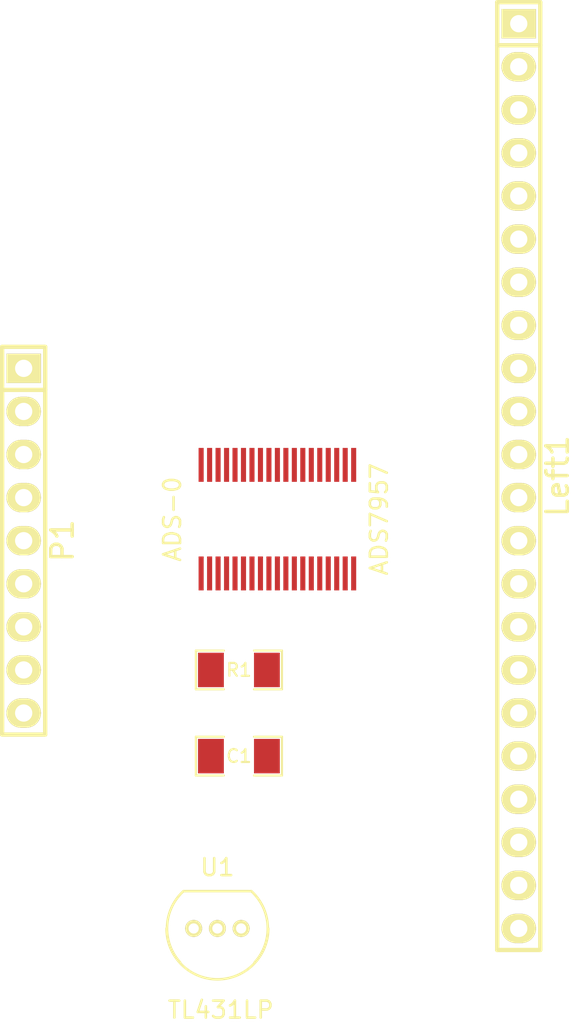
<source format=kicad_pcb>
(kicad_pcb (version 3) (host pcbnew "(2014-jan-25)-product")

  (general
    (links 45)
    (no_connects 45)
    (area 0 0 0 0)
    (thickness 1.6)
    (drawings 0)
    (tracks 0)
    (zones 0)
    (modules 6)
    (nets 31)
  )

  (page A4)
  (layers
    (15 F.Cu signal)
    (0 B.Cu signal)
    (16 B.Adhes user)
    (17 F.Adhes user)
    (18 B.Paste user)
    (19 F.Paste user)
    (20 B.SilkS user)
    (21 F.SilkS user)
    (22 B.Mask user)
    (23 F.Mask user)
    (24 Dwgs.User user)
    (25 Cmts.User user)
    (26 Eco1.User user)
    (27 Eco2.User user)
    (28 Edge.Cuts user)
  )

  (setup
    (last_trace_width 0.254)
    (trace_clearance 0.254)
    (zone_clearance 0.508)
    (zone_45_only no)
    (trace_min 0.254)
    (segment_width 0.2)
    (edge_width 0.1)
    (via_size 0.889)
    (via_drill 0.635)
    (via_min_size 0.889)
    (via_min_drill 0.508)
    (uvia_size 0.508)
    (uvia_drill 0.127)
    (uvias_allowed no)
    (uvia_min_size 0.508)
    (uvia_min_drill 0.127)
    (pcb_text_width 0.3)
    (pcb_text_size 1.5 1.5)
    (mod_edge_width 0.15)
    (mod_text_size 1 1)
    (mod_text_width 0.15)
    (pad_size 2 0.3)
    (pad_drill 0)
    (pad_to_mask_clearance 0)
    (aux_axis_origin 0 0)
    (visible_elements FFFFFF7F)
    (pcbplotparams
      (layerselection 3178497)
      (usegerberextensions true)
      (excludeedgelayer true)
      (linewidth 0.100000)
      (plotframeref false)
      (viasonmask false)
      (mode 1)
      (useauxorigin false)
      (hpglpennumber 1)
      (hpglpenspeed 20)
      (hpglpendiameter 15)
      (hpglpenoverlay 2)
      (psnegative false)
      (psa4output false)
      (plotreference true)
      (plotvalue true)
      (plotothertext true)
      (plotinvisibletext false)
      (padsonsilk false)
      (subtractmaskfromsilk false)
      (outputformat 1)
      (mirror false)
      (drillshape 1)
      (scaleselection 1)
      (outputdirectory ""))
  )

  (net 0 "")
  (net 1 CH2)
  (net 2 CH3)
  (net 3 CH4)
  (net 4 CH1)
  (net 5 +AREF)
  (net 6 GND)
  (net 7 SCLK)
  (net 8 SDI)
  (net 9 3.3V)
  (net 10 DIO3)
  (net 11 REFP)
  (net 12 "Net-(ADS-0-Pad7)")
  (net 13 CH15)
  (net 14 CH14)
  (net 15 CH13)
  (net 16 CH12)
  (net 17 CH11)
  (net 18 CH10)
  (net 19 CH9)
  (net 20 CH8)
  (net 21 CH6)
  (net 22 CH5)
  (net 23 DIO0)
  (net 24 DIO2)
  (net 25 CH0)
  (net 26 DIO1)
  (net 27 CH7)
  (net 28 5V)
  (net 29 SDO)
  (net 30 CE0)

  (net_class Default "This is the default net class."
    (clearance 0.254)
    (trace_width 0.254)
    (via_dia 0.889)
    (via_drill 0.635)
    (uvia_dia 0.508)
    (uvia_drill 0.127)
    (add_net +AREF)
    (add_net 3.3V)
    (add_net 5V)
    (add_net CE0)
    (add_net CH0)
    (add_net CH1)
    (add_net CH10)
    (add_net CH11)
    (add_net CH12)
    (add_net CH13)
    (add_net CH14)
    (add_net CH15)
    (add_net CH2)
    (add_net CH3)
    (add_net CH4)
    (add_net CH5)
    (add_net CH6)
    (add_net CH7)
    (add_net CH8)
    (add_net CH9)
    (add_net DIO0)
    (add_net DIO1)
    (add_net DIO2)
    (add_net DIO3)
    (add_net GND)
    (add_net "Net-(ADS-0-Pad7)")
    (add_net REFP)
    (add_net SCLK)
    (add_net SDI)
    (add_net SDO)
  )

  (module SMD_Packages:SM1206 (layer F.Cu) (tedit 535DD6B1) (tstamp 535DD6F5)
    (at 151.13 104.14 180)
    (path /53449C6F)
    (attr smd)
    (fp_text reference C1 (at 0 0 180) (layer F.SilkS)
      (effects (font (size 0.762 0.762) (thickness 0.127)))
    )
    (fp_text value C (at 0 0 180) (layer F.SilkS) hide
      (effects (font (size 0.762 0.762) (thickness 0.127)))
    )
    (fp_line (start -2.54 -1.143) (end -2.54 1.143) (layer F.SilkS) (width 0.127))
    (fp_line (start -2.54 1.143) (end -0.889 1.143) (layer F.SilkS) (width 0.127))
    (fp_line (start 0.889 -1.143) (end 2.54 -1.143) (layer F.SilkS) (width 0.127))
    (fp_line (start 2.54 -1.143) (end 2.54 1.143) (layer F.SilkS) (width 0.127))
    (fp_line (start 2.54 1.143) (end 0.889 1.143) (layer F.SilkS) (width 0.127))
    (fp_line (start -0.889 -1.143) (end -2.54 -1.143) (layer F.SilkS) (width 0.127))
    (pad 1 smd rect (at -1.651 0 180) (size 1.524 2.032) (layers F.Cu F.Paste F.Mask)
      (net 11 REFP))
    (pad 2 smd rect (at 1.651 0 180) (size 1.524 2.032) (layers F.Cu F.Paste F.Mask)
      (net 6 GND))
    (model smd/chip_cms.wrl
      (at (xyz 0 0 0))
      (scale (xyz 0.17 0.16 0.16))
      (rotate (xyz 0 0 0))
    )
  )

  (module Pin_Headers:Pin_Header_Straight_1x22 (layer F.Cu) (tedit 535DD6B2) (tstamp 535DD716)
    (at 167.64 87.63 270)
    (descr "1 pin")
    (tags "CONN DEV")
    (path /53274A2C)
    (fp_text reference Left1 (at 0 -2.286 270) (layer F.SilkS)
      (effects (font (size 1.27 1.27) (thickness 0.2032)))
    )
    (fp_text value ADCPINS (at 0 0 270) (layer F.SilkS) hide
      (effects (font (size 1.27 1.27) (thickness 0.2032)))
    )
    (fp_line (start -25.4 1.27) (end 27.94 1.27) (layer F.SilkS) (width 0.254))
    (fp_line (start 27.94 1.27) (end 27.94 -1.27) (layer F.SilkS) (width 0.254))
    (fp_line (start 27.94 -1.27) (end -25.4 -1.27) (layer F.SilkS) (width 0.254))
    (fp_line (start -27.94 -1.27) (end -25.4 -1.27) (layer F.SilkS) (width 0.254))
    (fp_line (start -25.4 -1.27) (end -25.4 1.27) (layer F.SilkS) (width 0.254))
    (fp_line (start -27.94 -1.27) (end -27.94 1.27) (layer F.SilkS) (width 0.254))
    (fp_line (start -27.94 1.27) (end -25.4 1.27) (layer F.SilkS) (width 0.254))
    (pad 1 thru_hole rect (at -26.67 0 270) (size 1.7272 2.032) (drill 1.016) (layers *.Cu *.Mask F.SilkS)
      (net 23 DIO0))
    (pad 2 thru_hole oval (at -24.13 0 270) (size 1.7272 2.032) (drill 1.016) (layers *.Cu *.Mask F.SilkS)
      (net 26 DIO1))
    (pad 3 thru_hole oval (at -21.59 0 270) (size 1.7272 2.032) (drill 1.016) (layers *.Cu *.Mask F.SilkS)
      (net 24 DIO2))
    (pad 4 thru_hole oval (at -19.05 0 270) (size 1.7272 2.032) (drill 1.016) (layers *.Cu *.Mask F.SilkS)
      (net 10 DIO3))
    (pad 5 thru_hole oval (at -16.51 0 270) (size 1.7272 2.032) (drill 1.016) (layers *.Cu *.Mask F.SilkS)
      (net 25 CH0))
    (pad 6 thru_hole oval (at -13.97 0 270) (size 1.7272 2.032) (drill 1.016) (layers *.Cu *.Mask F.SilkS)
      (net 4 CH1))
    (pad 7 thru_hole oval (at -11.43 0 270) (size 1.7272 2.032) (drill 1.016) (layers *.Cu *.Mask F.SilkS)
      (net 1 CH2))
    (pad 8 thru_hole oval (at -8.89 0 270) (size 1.7272 2.032) (drill 1.016) (layers *.Cu *.Mask F.SilkS)
      (net 2 CH3))
    (pad 9 thru_hole oval (at -6.35 0 270) (size 1.7272 2.032) (drill 1.016) (layers *.Cu *.Mask F.SilkS)
      (net 3 CH4))
    (pad 10 thru_hole oval (at -3.81 0 270) (size 1.7272 2.032) (drill 1.016) (layers *.Cu *.Mask F.SilkS)
      (net 22 CH5))
    (pad 11 thru_hole oval (at -1.27 0 270) (size 1.7272 2.032) (drill 1.016) (layers *.Cu *.Mask F.SilkS)
      (net 21 CH6))
    (pad 12 thru_hole oval (at 1.27 0 270) (size 1.7272 2.032) (drill 1.016) (layers *.Cu *.Mask F.SilkS)
      (net 27 CH7))
    (pad 13 thru_hole oval (at 3.81 0 270) (size 1.7272 2.032) (drill 1.016) (layers *.Cu *.Mask F.SilkS)
      (net 20 CH8))
    (pad 14 thru_hole oval (at 6.35 0 270) (size 1.7272 2.032) (drill 1.016) (layers *.Cu *.Mask F.SilkS)
      (net 19 CH9))
    (pad 15 thru_hole oval (at 8.89 0 270) (size 1.7272 2.032) (drill 1.016) (layers *.Cu *.Mask F.SilkS)
      (net 18 CH10))
    (pad 16 thru_hole oval (at 11.43 0 270) (size 1.7272 2.032) (drill 1.016) (layers *.Cu *.Mask F.SilkS)
      (net 17 CH11))
    (pad 17 thru_hole oval (at 13.97 0 270) (size 1.7272 2.032) (drill 1.016) (layers *.Cu *.Mask F.SilkS)
      (net 16 CH12))
    (pad 18 thru_hole oval (at 16.51 0 270) (size 1.7272 2.032) (drill 1.016) (layers *.Cu *.Mask F.SilkS)
      (net 15 CH13))
    (pad 19 thru_hole oval (at 19.05 0 270) (size 1.7272 2.032) (drill 1.016) (layers *.Cu *.Mask F.SilkS)
      (net 14 CH14))
    (pad 20 thru_hole oval (at 21.59 0 270) (size 1.7272 2.032) (drill 1.016) (layers *.Cu *.Mask F.SilkS)
      (net 13 CH15))
    (pad 21 thru_hole oval (at 24.13 0 270) (size 1.7272 2.032) (drill 1.016) (layers *.Cu *.Mask F.SilkS)
      (net 5 +AREF))
    (pad 22 thru_hole oval (at 26.67 0 270) (size 1.7272 2.032) (drill 1.016) (layers *.Cu *.Mask F.SilkS)
      (net 6 GND))
    (model Pin_Headers/Pin_Header_Straight_1x22.wrl
      (at (xyz 0 0 0))
      (scale (xyz 1 1 1))
      (rotate (xyz 0 0 0))
    )
  )

  (module SMD_Packages:SM1206 (layer F.Cu) (tedit 535DD6B1) (tstamp 535DD736)
    (at 151.13 99.06)
    (path /5341F690)
    (attr smd)
    (fp_text reference R1 (at 0 0) (layer F.SilkS)
      (effects (font (size 0.762 0.762) (thickness 0.127)))
    )
    (fp_text value 2K (at 0 0) (layer F.SilkS) hide
      (effects (font (size 0.762 0.762) (thickness 0.127)))
    )
    (fp_line (start -2.54 -1.143) (end -2.54 1.143) (layer F.SilkS) (width 0.127))
    (fp_line (start -2.54 1.143) (end -0.889 1.143) (layer F.SilkS) (width 0.127))
    (fp_line (start 0.889 -1.143) (end 2.54 -1.143) (layer F.SilkS) (width 0.127))
    (fp_line (start 2.54 -1.143) (end 2.54 1.143) (layer F.SilkS) (width 0.127))
    (fp_line (start 2.54 1.143) (end 0.889 1.143) (layer F.SilkS) (width 0.127))
    (fp_line (start -0.889 -1.143) (end -2.54 -1.143) (layer F.SilkS) (width 0.127))
    (pad 1 smd rect (at -1.651 0) (size 1.524 2.032) (layers F.Cu F.Paste F.Mask)
      (net 28 5V))
    (pad 2 smd rect (at 1.651 0) (size 1.524 2.032) (layers F.Cu F.Paste F.Mask)
      (net 11 REFP))
    (model smd/chip_cms.wrl
      (at (xyz 0 0 0))
      (scale (xyz 0.17 0.16 0.16))
      (rotate (xyz 0 0 0))
    )
  )

  (module Cyclophone:TL431LP (layer F.Cu) (tedit 535DE5BC) (tstamp 535DE626)
    (at 149.86 114.3)
    (path /5341EFA8)
    (fp_text reference U1 (at 0 -3.6) (layer F.SilkS)
      (effects (font (size 1 1) (thickness 0.15)))
    )
    (fp_text value TL431LP (at 0.2 4.8) (layer F.SilkS)
      (effects (font (size 1 1) (thickness 0.15)))
    )
    (fp_line (start -2 -2.2) (end 2 -2.2) (layer F.SilkS) (width 0.15))
    (fp_arc (start 0 0) (end -2.2 2) (angle 90) (layer F.SilkS) (width 0.15))
    (fp_arc (start 0 0) (end 2 -2.2) (angle 90) (layer F.SilkS) (width 0.15))
    (fp_arc (start 0 0) (end 3 0) (angle 90) (layer F.SilkS) (width 0.15))
    (fp_arc (start 0 0) (end 0 3) (angle 90) (layer F.SilkS) (width 0.15))
    (pad 1 thru_hole circle (at -1.4 0) (size 1 1) (drill 0.6) (layers *.Cu *.Mask F.SilkS)
      (net 11 REFP))
    (pad 2 thru_hole circle (at 0 0) (size 1 1) (drill 0.6) (layers *.Cu *.Mask F.SilkS)
      (net 11 REFP))
    (pad 3 thru_hole circle (at 1.4 0) (size 1 1) (drill 0.6) (layers *.Cu *.Mask F.SilkS)
      (net 6 GND))
  )

  (module Pin_Headers:Pin_Header_Straight_1x09 (layer F.Cu) (tedit 535DE63D) (tstamp 535DE683)
    (at 138.43 91.44 270)
    (descr "1 pin")
    (tags "CONN DEV")
    (path /535DD5C4)
    (fp_text reference P1 (at 0 -2.286 270) (layer F.SilkS)
      (effects (font (size 1.27 1.27) (thickness 0.2032)))
    )
    (fp_text value CONN_9 (at 0 0 270) (layer F.SilkS) hide
      (effects (font (size 1.27 1.27) (thickness 0.2032)))
    )
    (fp_line (start -8.89 -1.27) (end 11.43 -1.27) (layer F.SilkS) (width 0.254))
    (fp_line (start 11.43 -1.27) (end 11.43 1.27) (layer F.SilkS) (width 0.254))
    (fp_line (start 11.43 1.27) (end -8.89 1.27) (layer F.SilkS) (width 0.254))
    (fp_line (start -11.43 -1.27) (end -8.89 -1.27) (layer F.SilkS) (width 0.254))
    (fp_line (start -8.89 -1.27) (end -8.89 1.27) (layer F.SilkS) (width 0.254))
    (fp_line (start -11.43 -1.27) (end -11.43 1.27) (layer F.SilkS) (width 0.254))
    (fp_line (start -11.43 1.27) (end -8.89 1.27) (layer F.SilkS) (width 0.254))
    (pad 1 thru_hole rect (at -10.16 0 270) (size 1.7272 2.032) (drill 1.016) (layers *.Cu *.Mask F.SilkS)
      (net 5 +AREF))
    (pad 2 thru_hole oval (at -7.62 0 270) (size 1.7272 2.032) (drill 1.016) (layers *.Cu *.Mask F.SilkS)
      (net 28 5V))
    (pad 3 thru_hole oval (at -5.08 0 270) (size 1.7272 2.032) (drill 1.016) (layers *.Cu *.Mask F.SilkS)
      (net 28 5V))
    (pad 4 thru_hole oval (at -2.54 0 270) (size 1.7272 2.032) (drill 1.016) (layers *.Cu *.Mask F.SilkS)
      (net 9 3.3V))
    (pad 5 thru_hole oval (at 0 0 270) (size 1.7272 2.032) (drill 1.016) (layers *.Cu *.Mask F.SilkS)
      (net 6 GND))
    (pad 6 thru_hole oval (at 2.54 0 270) (size 1.7272 2.032) (drill 1.016) (layers *.Cu *.Mask F.SilkS)
      (net 29 SDO))
    (pad 7 thru_hole oval (at 5.08 0 270) (size 1.7272 2.032) (drill 1.016) (layers *.Cu *.Mask F.SilkS)
      (net 8 SDI))
    (pad 8 thru_hole oval (at 7.62 0 270) (size 1.7272 2.032) (drill 1.016) (layers *.Cu *.Mask F.SilkS)
      (net 7 SCLK))
    (pad 9 thru_hole oval (at 10.16 0 270) (size 1.7272 2.032) (drill 1.016) (layers *.Cu *.Mask F.SilkS)
      (net 30 CE0))
    (model Pin_Headers/Pin_Header_Straight_1x09.wrl
      (at (xyz 0 0 0))
      (scale (xyz 1 1 1))
      (rotate (xyz 0 0 0))
    )
  )

  (module Cyclophone:ADS7957 (layer F.Cu) (tedit 535DEB4C) (tstamp 535DEB9E)
    (at 152.4 90.17 90)
    (path /5313C810)
    (fp_text reference ADS-0 (at 0 -5.2 90) (layer F.SilkS)
      (effects (font (size 1 1) (thickness 0.15)))
    )
    (fp_text value ADS7957 (at 0 7 90) (layer F.SilkS)
      (effects (font (size 1 1) (thickness 0.15)))
    )
    (pad 32 smd rect (at 3.2 -0.5 90) (size 2 0.3) (layers F.Cu F.Paste F.Mask)
      (net 7 SCLK))
    (pad 33 smd rect (at 3.2 -1 90) (size 2 0.3) (layers F.Cu F.Paste F.Mask)
      (net 8 SDI))
    (pad 34 smd rect (at 3.2 -1.5 90) (size 2 0.3) (layers F.Cu F.Paste F.Mask)
      (net 29 SDO))
    (pad 35 smd rect (at 3.2 -2 90) (size 2 0.3) (layers F.Cu F.Paste F.Mask)
      (net 6 GND))
    (pad 36 smd rect (at 3.2 -2.5 90) (size 2 0.3) (layers F.Cu F.Paste F.Mask)
      (net 9 3.3V))
    (pad 37 smd rect (at 3.2 -3 90) (size 2 0.3) (layers F.Cu F.Paste F.Mask)
      (net 23 DIO0))
    (pad 38 smd rect (at 3.2 -3.5 90) (size 2 0.3) (layers F.Cu F.Paste F.Mask)
      (net 26 DIO1))
    (pad 20 smd rect (at 3.2 5.5 90) (size 2 0.3) (layers F.Cu F.Paste F.Mask)
      (net 6 GND))
    (pad 21 smd rect (at 3.2 5 90) (size 2 0.3) (layers F.Cu F.Paste F.Mask))
    (pad 22 smd rect (at 3.2 4.5 90) (size 2 0.3) (layers F.Cu F.Paste F.Mask)
      (net 21 CH6))
    (pad 23 smd rect (at 3.2 4 90) (size 2 0.3) (layers F.Cu F.Paste F.Mask)
      (net 22 CH5))
    (pad 24 smd rect (at 3.2 3.5 90) (size 2 0.3) (layers F.Cu F.Paste F.Mask)
      (net 3 CH4))
    (pad 25 smd rect (at 3.2 3 90) (size 2 0.3) (layers F.Cu F.Paste F.Mask)
      (net 2 CH3))
    (pad 26 smd rect (at 3.2 2.5 90) (size 2 0.3) (layers F.Cu F.Paste F.Mask)
      (net 1 CH2))
    (pad 27 smd rect (at 3.2 2 90) (size 2 0.3) (layers F.Cu F.Paste F.Mask)
      (net 4 CH1))
    (pad 28 smd rect (at 3.2 1.5 90) (size 2 0.3) (layers F.Cu F.Paste F.Mask)
      (net 25 CH0))
    (pad 29 smd rect (at 3.2 1 90) (size 2 0.3) (layers F.Cu F.Paste F.Mask)
      (net 5 +AREF))
    (pad 30 smd rect (at 3.2 0.5 90) (size 2 0.3) (layers F.Cu F.Paste F.Mask)
      (net 6 GND))
    (pad 31 smd rect (at 3.2 0 90) (size 2 0.3) (layers F.Cu F.Paste F.Mask)
      (net 30 CE0))
    (pad 14 smd rect (at -3.2 3 90) (size 2 0.3) (layers F.Cu F.Paste F.Mask)
      (net 16 CH12))
    (pad 15 smd rect (at -3.2 3.5 90) (size 2 0.3) (layers F.Cu F.Paste F.Mask)
      (net 17 CH11))
    (pad 16 smd rect (at -3.2 4 90) (size 2 0.3) (layers F.Cu F.Paste F.Mask)
      (net 18 CH10))
    (pad 17 smd rect (at -3.2 4.5 90) (size 2 0.3) (layers F.Cu F.Paste F.Mask)
      (net 19 CH9))
    (pad 18 smd rect (at -3.2 5 90) (size 2 0.3) (layers F.Cu F.Paste F.Mask)
      (net 20 CH8))
    (pad 19 smd rect (at -3.2 5.5 90) (size 2 0.3) (layers F.Cu F.Paste F.Mask)
      (net 6 GND))
    (pad 1 smd rect (at -3.2 -3.5 90) (size 2 0.3) (layers F.Cu F.Paste F.Mask)
      (net 24 DIO2))
    (pad 2 smd rect (at -3.2 -3 90) (size 2 0.3) (layers F.Cu F.Paste F.Mask)
      (net 10 DIO3))
    (pad 3 smd rect (at -3.2 -2.5 90) (size 2 0.3) (layers F.Cu F.Paste F.Mask)
      (net 6 GND))
    (pad 4 smd rect (at -3.2 -2 90) (size 2 0.3) (layers F.Cu F.Paste F.Mask)
      (net 11 REFP))
    (pad 5 smd rect (at -3.2 -1.5 90) (size 2 0.3) (layers F.Cu F.Paste F.Mask)
      (net 5 +AREF))
    (pad 6 smd rect (at -3.2 -1 90) (size 2 0.3) (layers F.Cu F.Paste F.Mask)
      (net 6 GND))
    (pad 7 smd rect (at -3.2 -0.5 90) (size 2 0.3) (layers F.Cu F.Paste F.Mask)
      (net 12 "Net-(ADS-0-Pad7)"))
    (pad 8 smd rect (at -3.2 0 90) (size 2 0.3) (layers F.Cu F.Paste F.Mask)
      (net 12 "Net-(ADS-0-Pad7)"))
    (pad 9 smd rect (at -3.2 0.5 90) (size 2 0.3) (layers F.Cu F.Paste F.Mask)
      (net 6 GND))
    (pad 10 smd rect (at -3.2 1 90) (size 2 0.3) (layers F.Cu F.Paste F.Mask)
      (net 6 GND))
    (pad 11 smd rect (at -3.2 1.5 90) (size 2 0.3) (layers F.Cu F.Paste F.Mask)
      (net 13 CH15))
    (pad 12 smd rect (at -3.2 2 90) (size 2 0.3) (layers F.Cu F.Paste F.Mask)
      (net 14 CH14))
    (pad 13 smd rect (at -3.2 2.5 90) (size 2 0.3) (layers F.Cu F.Paste F.Mask)
      (net 15 CH13))
  )

)

</source>
